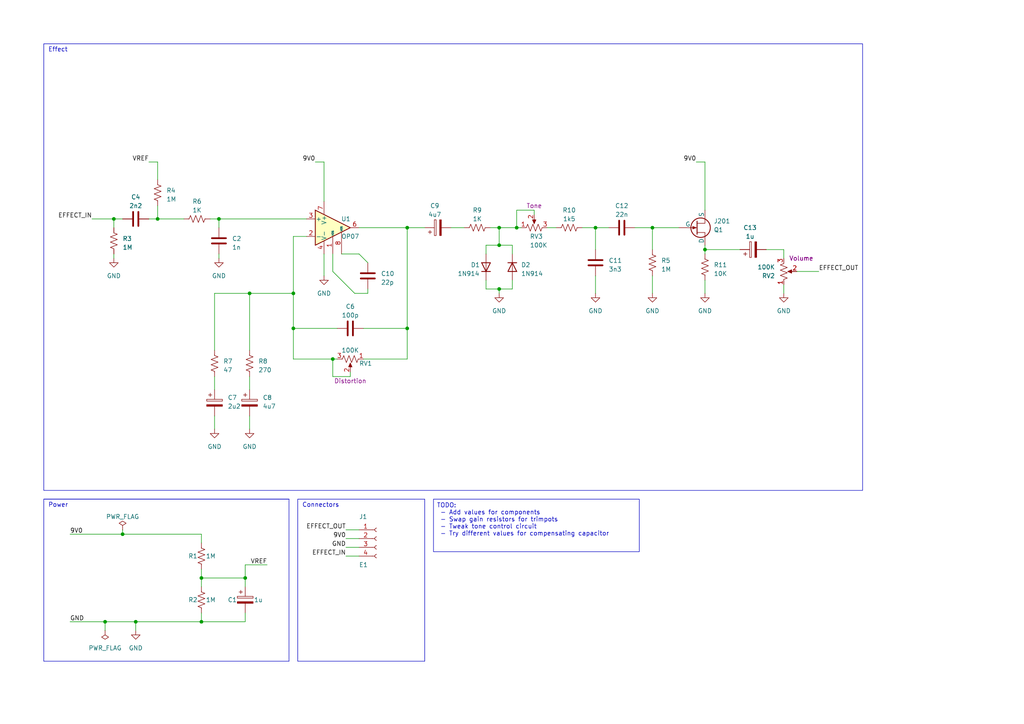
<source format=kicad_sch>
(kicad_sch (version 20230121) (generator eeschema)
  (paper "A4")
  (title_block (title "\"Backdoor\" distortion effect") (date "2023-03-09") (rev "v0.01") (comment 1 "https://github.com/whbeers/backdoor"))
  (lib_symbols
    (symbol "Amplifier_Operational:OP07" (pin_names (offset 0.127))
      (property "Reference" "U" (at 1.27 6.35 0))
      (property "Value" "OP07" (at 1.27 3.81 0))
      (symbol "OP07_0_1"
        (polyline (pts (xy -5.08 5.08) (xy 5.08 0) (xy -5.08 -5.08) (xy -5.08 5.08)) (stroke (width 0.254)) (fill (type background)))
      )
      (symbol "OP07_1_1"
        (pin input line (at 0 -7.62 90) (length 5.08) (name "VOS") (number "1"))
        (pin input line (at -7.62 -2.54 0) (length 2.54) (name "-") (number "2"))
        (pin input line (at -7.62 2.54 0) (length 2.54) (name "+") (number "3"))
        (pin power_in line (at -2.54 -7.62 90) (length 3.81) (name "V-") (number "4"))
        (pin no_connect line (at 0 2.54 270) (length 2.54) hide (name "NC") (number "5"))
        (pin output line (at 7.62 0 180) (length 2.54) (name "~") (number "6"))
        (pin power_in line (at -2.54 7.62 270) (length 3.81) (name "V+") (number "7"))
        (pin input line (at 2.54 -7.62 90) (length 6.35) (name "VOS") (number "8"))
      )
    )
    (symbol "Connector:Conn_01x04_Socket" (pin_names (offset 1.016) hide)
      (property "Reference" "J" (at 0 5.08 0))
      (property "Value" "Conn_01x04_Socket" (at 0 -7.62 0))
      (symbol "Conn_01x04_Socket_1_1"
        (arc (start 0 -4.572) (mid -0.5058 -5.08) (end 0 -5.588) (stroke (width 0.1524)))
        (arc (start 0 -2.032) (mid -0.5058 -2.54) (end 0 -3.048) (stroke (width 0.1524)))
        (polyline (pts (xy -1.27 -5.08) (xy -0.508 -5.08)) (stroke (width 0.1524)))
        (polyline (pts (xy -1.27 -2.54) (xy -0.508 -2.54)) (stroke (width 0.1524)))
        (polyline (pts (xy -1.27 0) (xy -0.508 0)) (stroke (width 0.1524)))
        (polyline (pts (xy -1.27 2.54) (xy -0.508 2.54)) (stroke (width 0.1524)))
        (arc (start 0 0.508) (mid -0.5058 0) (end 0 -0.508) (stroke (width 0.1524)))
        (arc (start 0 3.048) (mid -0.5058 2.54) (end 0 2.032) (stroke (width 0.1524)))
        (pin passive line (at -5.08 2.54 0) (length 3.81) (name "Pin_1") (number "1"))
        (pin passive line (at -5.08 0 0) (length 3.81) (name "Pin_2") (number "2"))
        (pin passive line (at -5.08 -2.54 0) (length 3.81) (name "Pin_3") (number "3"))
        (pin passive line (at -5.08 -5.08 0) (length 3.81) (name "Pin_4") (number "4"))
      )
    )
    (symbol "Device:C" (pin_numbers hide) (pin_names (offset 0.254))
      (property "Reference" "C" (at 0.635 2.54 0))
      (property "Value" "C" (at 0.635 -2.54 0))
      (symbol "C_0_1"
        (polyline (pts (xy -2.032 -0.762) (xy 2.032 -0.762)) (stroke (width 0.508)))
        (polyline (pts (xy -2.032 0.762) (xy 2.032 0.762)) (stroke (width 0.508)))
      )
      (symbol "C_1_1"
        (pin passive line (at 0 3.81 270) (length 2.794) (name "~") (number "1"))
        (pin passive line (at 0 -3.81 90) (length 2.794) (name "~") (number "2"))
      )
    )
    (symbol "Device:C_Polarized" (pin_numbers hide) (pin_names (offset 0.254))
      (property "Reference" "C" (at 0.635 2.54 0))
      (property "Value" "C_Polarized" (at 0.635 -2.54 0))
      (symbol "C_Polarized_0_1"
        (rectangle (start -2.286 0.508) (end 2.286 1.016))
        (polyline (pts (xy -1.778 2.286) (xy -0.762 2.286)))
        (polyline (pts (xy -1.27 2.794) (xy -1.27 1.778)))
        (rectangle (start 2.286 -0.508) (end -2.286 -1.016) (fill (type outline)))
      )
      (symbol "C_Polarized_1_1"
        (pin passive line (at 0 3.81 270) (length 2.794) (name "~") (number "1"))
        (pin passive line (at 0 -3.81 90) (length 2.794) (name "~") (number "2"))
      )
    )
    (symbol "Device:D" (pin_numbers hide) (pin_names (offset 1.016) hide)
      (property "Reference" "D" (at 0 2.54 0))
      (property "Value" "D" (at 0 -2.54 0))
      (symbol "D_0_1"
        (polyline (pts (xy -1.27 1.27) (xy -1.27 -1.27)) (stroke (width 0.254)))
        (polyline (pts (xy 1.27 0) (xy -1.27 0)))
        (polyline (pts (xy 1.27 1.27) (xy 1.27 -1.27) (xy -1.27 0) (xy 1.27 1.27)) (stroke (width 0.254)))
      )
      (symbol "D_1_1"
        (pin passive line (at -3.81 0 0) (length 2.54) (name "K") (number "1"))
        (pin passive line (at 3.81 0 180) (length 2.54) (name "A") (number "2"))
      )
    )
    (symbol "Device:R_Potentiometer_US" (pin_names (offset 1.016) hide)
      (property "Reference" "RV" (at -4.445 0 90))
      (property "Value" "R_Potentiometer_US" (at -2.54 0 90))
      (symbol "R_Potentiometer_US_0_1"
        (polyline (pts (xy 0 -2.286) (xy 0 -2.54)))
        (polyline (pts (xy 0 2.54) (xy 0 2.286)))
        (polyline (pts (xy 2.54 0) (xy 1.524 0)))
        (polyline (pts (xy 1.143 0) (xy 2.286 0.508) (xy 2.286 -0.508) (xy 1.143 0)) (fill (type outline)))
        (polyline (pts (xy 0 -0.762) (xy 1.016 -1.143) (xy 0 -1.524) (xy -1.016 -1.905) (xy 0 -2.286)))
        (polyline (pts (xy 0 0.762) (xy 1.016 0.381) (xy 0 0) (xy -1.016 -0.381) (xy 0 -0.762)))
        (polyline (pts (xy 0 2.286) (xy 1.016 1.905) (xy 0 1.524) (xy -1.016 1.143) (xy 0 0.762)))
      )
      (symbol "R_Potentiometer_US_1_1"
        (pin passive line (at 0 3.81 270) (length 1.27) (name "1") (number "1"))
        (pin passive line (at 3.81 0 180) (length 1.27) (name "2") (number "2"))
        (pin passive line (at 0 -3.81 90) (length 1.27) (name "3") (number "3"))
      )
    )
    (symbol "Device:R_US" (pin_numbers hide) (pin_names (offset 0))
      (property "Reference" "R" (at 2.54 0 90))
      (property "Value" "R_US" (at -2.54 0 90))
      (symbol "R_US_0_1"
        (polyline (pts (xy 0 -2.286) (xy 0 -2.54)))
        (polyline (pts (xy 0 2.286) (xy 0 2.54)))
        (polyline (pts (xy 0 -0.762) (xy 1.016 -1.143) (xy 0 -1.524) (xy -1.016 -1.905) (xy 0 -2.286)))
        (polyline (pts (xy 0 0.762) (xy 1.016 0.381) (xy 0 0) (xy -1.016 -0.381) (xy 0 -0.762)))
        (polyline (pts (xy 0 2.286) (xy 1.016 1.905) (xy 0 1.524) (xy -1.016 1.143) (xy 0 0.762)))
      )
      (symbol "R_US_1_1"
        (pin passive line (at 0 3.81 270) (length 1.27) (name "~") (number "1"))
        (pin passive line (at 0 -3.81 90) (length 1.27) (name "~") (number "2"))
      )
    )
    (symbol "Simulation_SPICE:NJFET" (pin_numbers hide) (pin_names (offset 0))
      (property "Reference" "Q" (at 5.08 1.27 0))
      (property "Value" "NJFET" (at 5.08 -1.27 0))
      (symbol "NJFET_0_1"
        (polyline (pts (xy 0.254 1.905) (xy 0.254 -1.905) (xy 0.254 -1.905)) (stroke (width 0.254)))
        (polyline (pts (xy 2.54 -2.54) (xy 2.54 -1.27) (xy 0.254 -1.27)))
        (polyline (pts (xy 2.54 2.54) (xy 2.54 1.397) (xy 0.254 1.397)))
        (polyline (pts (xy 0 0) (xy -1.016 0.381) (xy -1.016 -0.381) (xy 0 0)) (fill (type outline)))
        (circle (center 1.27 0) (radius 2.8194) (stroke (width 0.254)))
      )
      (symbol "NJFET_1_1"
        (pin passive line (at 2.54 5.08 270) (length 2.54) (name "D") (number "1"))
        (pin input line (at -5.08 0 0) (length 5.334) (name "G") (number "2"))
        (pin passive line (at 2.54 -5.08 90) (length 2.54) (name "S") (number "3"))
      )
    )
    (symbol "power:GND" (power) (pin_names (offset 0))
      (property "Value" "GND" (at 0 -3.81 0))
      (symbol "GND_0_1"
        (polyline (pts (xy 0 0) (xy 0 -1.27) (xy 1.27 -1.27) (xy 0 -2.54) (xy -1.27 -1.27) (xy 0 -1.27)))
      )
      (symbol "GND_1_1"
        (pin power_in line (at 0 0 270) (length 0) hide (name "GND") (number "1"))
      )
    )
    (symbol "power:PWR_FLAG" (power) (pin_numbers hide) (pin_names (offset 0) hide)
      (property "Value" "PWR_FLAG" (at 0 3.81 0))
      (symbol "PWR_FLAG_0_0"
        (pin power_out line (at 0 0 90) (length 0) (name "pwr") (number "1"))
      )
      (symbol "PWR_FLAG_0_1"
        (polyline (pts (xy 0 0) (xy 0 1.27) (xy -1.016 1.905) (xy 0 2.54) (xy 1.016 1.905) (xy 0 1.27)))
      )
    )
  )
  (junction (at 204.47 72.39))
  (junction (at 63.5 63.5))
  (junction (at 30.48 180.34))
  (junction (at 58.42 167.64))
  (junction (at 45.72 63.5))
  (junction (at 172.72 66.04))
  (junction (at 189.23 66.04))
  (junction (at 85.09 95.25))
  (junction (at 58.42 180.34))
  (junction (at 71.12 167.64))
  (junction (at 85.09 85.09))
  (junction (at 96.52 104.14))
  (junction (at 118.11 95.25))
  (junction (at 149.86 66.04))
  (junction (at 39.37 180.34))
  (junction (at 33.02 63.5))
  (junction (at 35.56 154.94))
  (junction (at 144.78 83.82))
  (junction (at 118.11 66.04))
  (junction (at 72.39 85.09))
  (junction (at 144.78 66.04))
  (junction (at 144.78 71.12))
  (wire (pts (xy 144.78 83.82) (xy 144.78 85.09)))
  (polyline (pts (xy 12.7 144.78) (xy 12.7 191.77)))
  (wire (pts (xy 154.94 60.96) (xy 154.94 62.23)))
  (wire (pts (xy 144.78 71.12) (xy 148.59 71.12)))
  (wire (pts (xy 35.56 153.67) (xy 35.56 154.94)))
  (wire (pts (xy 189.23 66.04) (xy 196.85 66.04)))
  (wire (pts (xy 96.52 73.66) (xy 96.52 78.74)))
  (wire (pts (xy 30.48 180.34) (xy 30.48 182.88)))
  (wire (pts (xy 58.42 157.48) (xy 58.42 154.94)))
  (wire (pts (xy 33.02 63.5) (xy 33.02 66.04)))
  (wire (pts (xy 72.39 85.09) (xy 72.39 101.6)))
  (wire (pts (xy 96.52 109.22) (xy 96.52 104.14)))
  (wire (pts (xy 30.48 180.34) (xy 39.37 180.34)))
  (wire (pts (xy 72.39 85.09) (xy 85.09 85.09)))
  (wire (pts (xy 149.86 66.04) (xy 151.13 66.04)))
  (wire (pts (xy 144.78 83.82) (xy 148.59 83.82)))
  (wire (pts (xy 118.11 95.25) (xy 118.11 104.14)))
  (wire (pts (xy 72.39 109.22) (xy 72.39 113.03)))
  (wire (pts (xy 62.23 85.09) (xy 72.39 85.09)))
  (wire (pts (xy 144.78 66.04) (xy 144.78 71.12)))
  (wire (pts (xy 58.42 177.8) (xy 58.42 180.34)))
  (wire (pts (xy 148.59 83.82) (xy 148.59 81.28)))
  (wire (pts (xy 45.72 63.5) (xy 53.34 63.5)))
  (wire (pts (xy 106.68 85.09) (xy 106.68 83.82)))
  (wire (pts (xy 85.09 95.25) (xy 85.09 85.09)))
  (wire (pts (xy 204.47 71.12) (xy 204.47 72.39)))
  (wire (pts (xy 71.12 167.64) (xy 58.42 167.64)))
  (wire (pts (xy 72.39 120.65) (xy 72.39 124.46)))
  (wire (pts (xy 172.72 66.04) (xy 172.72 72.39)))
  (wire (pts (xy 62.23 120.65) (xy 62.23 124.46)))
  (wire (pts (xy 189.23 66.04) (xy 189.23 72.39)))
  (polyline (pts (xy 86.36 144.78) (xy 123.19 144.78)))
  (wire (pts (xy 101.6 109.22) (xy 101.6 107.95)))
  (wire (pts (xy 43.18 46.99) (xy 45.72 46.99)))
  (wire (pts (xy 71.12 163.83) (xy 71.12 167.64)))
  (wire (pts (xy 130.81 66.04) (xy 134.62 66.04)))
  (polyline (pts (xy 83.82 191.77) (xy 83.82 144.78)))
  (wire (pts (xy 63.5 66.04) (xy 63.5 63.5)))
  (wire (pts (xy 39.37 180.34) (xy 58.42 180.34)))
  (wire (pts (xy 20.32 180.34) (xy 30.48 180.34)))
  (wire (pts (xy 85.09 104.14) (xy 85.09 95.25)))
  (wire (pts (xy 71.12 163.83) (xy 77.47 163.83)))
  (wire (pts (xy 33.02 73.66) (xy 33.02 74.93)))
  (wire (pts (xy 85.09 68.58) (xy 88.9 68.58)))
  (polyline (pts (xy 12.7 191.77) (xy 83.82 191.77)))
  (polyline (pts (xy 123.19 191.77) (xy 123.19 144.78)))
  (wire (pts (xy 104.14 73.66) (xy 106.68 76.2)))
  (wire (pts (xy 33.02 63.5) (xy 35.56 63.5)))
  (wire (pts (xy 26.67 63.5) (xy 33.02 63.5)))
  (wire (pts (xy 101.6 109.22) (xy 96.52 109.22)))
  (wire (pts (xy 20.32 154.94) (xy 35.56 154.94)))
  (wire (pts (xy 96.52 104.14) (xy 97.79 104.14)))
  (wire (pts (xy 189.23 80.01) (xy 189.23 85.09)))
  (wire (pts (xy 93.98 58.42) (xy 93.98 46.99)))
  (wire (pts (xy 144.78 66.04) (xy 149.86 66.04)))
  (wire (pts (xy 99.06 73.66) (xy 104.14 73.66)))
  (wire (pts (xy 43.18 63.5) (xy 45.72 63.5)))
  (wire (pts (xy 100.33 156.21) (xy 104.14 156.21)))
  (wire (pts (xy 63.5 63.5) (xy 88.9 63.5)))
  (wire (pts (xy 140.97 71.12) (xy 140.97 73.66)))
  (wire (pts (xy 231.14 78.74) (xy 237.49 78.74)))
  (wire (pts (xy 93.98 46.99) (xy 91.44 46.99)))
  (wire (pts (xy 201.93 46.99) (xy 204.47 46.99)))
  (wire (pts (xy 204.47 72.39) (xy 214.63 72.39)))
  (wire (pts (xy 85.09 104.14) (xy 96.52 104.14)))
  (polyline (pts (xy 83.82 144.78) (xy 12.7 144.78)))
  (wire (pts (xy 168.91 66.04) (xy 172.72 66.04)))
  (wire (pts (xy 149.86 60.96) (xy 149.86 66.04)))
  (wire (pts (xy 172.72 80.01) (xy 172.72 85.09)))
  (polyline (pts (xy 86.36 144.78) (xy 86.36 191.77)))
  (wire (pts (xy 118.11 66.04) (xy 118.11 95.25)))
  (wire (pts (xy 204.47 72.39) (xy 204.47 73.66)))
  (wire (pts (xy 140.97 83.82) (xy 140.97 81.28)))
  (wire (pts (xy 100.33 153.67) (xy 104.14 153.67)))
  (wire (pts (xy 204.47 81.28) (xy 204.47 85.09)))
  (wire (pts (xy 58.42 167.64) (xy 58.42 170.18)))
  (wire (pts (xy 227.33 82.55) (xy 227.33 85.09)))
  (wire (pts (xy 158.75 66.04) (xy 161.29 66.04)))
  (wire (pts (xy 104.14 66.04) (xy 118.11 66.04)))
  (wire (pts (xy 105.41 95.25) (xy 118.11 95.25)))
  (wire (pts (xy 154.94 60.96) (xy 149.86 60.96)))
  (wire (pts (xy 144.78 71.12) (xy 140.97 71.12)))
  (wire (pts (xy 204.47 46.99) (xy 204.47 60.96)))
  (wire (pts (xy 148.59 71.12) (xy 148.59 73.66)))
  (wire (pts (xy 85.09 85.09) (xy 85.09 68.58)))
  (wire (pts (xy 62.23 85.09) (xy 62.23 101.6)))
  (wire (pts (xy 62.23 109.22) (xy 62.23 113.03)))
  (wire (pts (xy 172.72 66.04) (xy 176.53 66.04)))
  (wire (pts (xy 222.25 72.39) (xy 227.33 72.39)))
  (wire (pts (xy 35.56 154.94) (xy 58.42 154.94)))
  (wire (pts (xy 118.11 66.04) (xy 123.19 66.04)))
  (wire (pts (xy 60.96 63.5) (xy 63.5 63.5)))
  (wire (pts (xy 45.72 46.99) (xy 45.72 52.07)))
  (wire (pts (xy 184.15 66.04) (xy 189.23 66.04)))
  (wire (pts (xy 93.98 73.66) (xy 93.98 80.01)))
  (wire (pts (xy 142.24 66.04) (xy 144.78 66.04)))
  (wire (pts (xy 140.97 83.82) (xy 144.78 83.82)))
  (wire (pts (xy 63.5 73.66) (xy 63.5 74.93)))
  (wire (pts (xy 96.52 78.74) (xy 102.87 85.09)))
  (wire (pts (xy 102.87 85.09) (xy 106.68 85.09)))
  (wire (pts (xy 227.33 72.39) (xy 227.33 74.93)))
  (wire (pts (xy 58.42 165.1) (xy 58.42 167.64)))
  (wire (pts (xy 58.42 180.34) (xy 71.12 180.34)))
  (wire (pts (xy 85.09 95.25) (xy 97.79 95.25)))
  (wire (pts (xy 100.33 158.75) (xy 104.14 158.75)))
  (wire (pts (xy 45.72 59.69) (xy 45.72 63.5)))
  (wire (pts (xy 71.12 177.8) (xy 71.12 180.34)))
  (wire (pts (xy 100.33 161.29) (xy 104.14 161.29)))
  (wire (pts (xy 39.37 180.34) (xy 39.37 182.88)))
  (wire (pts (xy 105.41 104.14) (xy 118.11 104.14)))
  (polyline (pts (xy 86.36 191.77) (xy 123.19 191.77)))
  (wire (pts (xy 71.12 167.64) (xy 71.12 170.18)))
  (polyline (pts (xy 12.7 144.78) (xy 83.82 144.78)))
  (rectangle (start 12.7 12.7) (end 250.19 142.24))
  (text_box "TODO:\n - Add values for components\n - Swap gain resistors for trimpots\n - Tweak tone control circuit\n - Try different values for compensating capacitor" (at 125.73 144.78 0) (size 59.69 15.24) (effects (font (size 1.27 1.27)) (justify left top)))
  (text "Connectors" (at 87.63 147.32 0) (effects (font (size 1.27 1.27)) (justify left bottom)))
  (text "Power" (at 13.97 147.32 0) (effects (font (size 1.27 1.27)) (justify left bottom)))
  (text "Effect" (at 13.97 15.24 0) (effects (font (size 1.27 1.27)) (justify left bottom)))
  (label "GND" (at 20.32 180.34 0))
  (label "GND" (at 100.33 158.75 180))
  (label "VREF" (at 43.18 46.99 180))
  (label "9V0" (at 100.33 156.21 180))
  (label "9V0" (at 91.44 46.99 180))
  (label "EFFECT_IN" (at 26.67 63.5 180))
  (label "9V0" (at 201.93 46.99 180))
  (label "EFFECT_IN" (at 100.33 161.29 180))
  (label "VREF" (at 77.47 163.83 180))
  (label "EFFECT_OUT" (at 237.49 78.74 0))
  (label "9V0" (at 20.32 154.94 0))
  (label "EFFECT_OUT" (at 100.33 153.67 180))
  (symbol (lib_id "Device:R_Potentiometer_US") (at 154.94 66.04 90) (unit 1)
    (property "Reference" "RV3" (at 153.67 68.58 90) (effects (justify right)))
    (property "Value" "100K" (at 153.67 71.12 90) (effects (justify right)))
    (property "Footprint" "backdoor:Potentiometer_Single_3_Horizontal" (effects hide))
    (property "Label" "Tone" (at 154.94 59.69 90))
  )
  (symbol (lib_id "Device:R_US") (at 58.42 173.99 180) (unit 1)
    (property "Reference" "R2" (at 54.61 173.99 0) (effects (justify right)))
    (property "Value" "1M" (at 59.69 173.99 0) (effects (justify right)))
    (property "Footprint" "Resistor_THT:R_Axial_DIN0207_L6.3mm_D2.5mm_P7.62mm_Horizontal" (effects hide))
  )
  (symbol (lib_id "power:GND") (at 72.39 124.46 0) (unit 1)
    (property "Reference" "#PWR05" (effects hide))
    (property "Value" "GND" (at 72.39 129.54 0))
  )
  (symbol (lib_id "power:PWR_FLAG") (at 35.56 153.67 0) (unit 1)
    (property "Reference" "#FLG02" (effects hide))
    (property "Value" "PWR_FLAG" (at 35.56 149.86 0))
  )
  (symbol (lib_id "Device:C_Polarized") (at 72.39 116.84 0) (unit 1)
    (property "Reference" "C8" (at 76.2 115.316 0) (effects (justify left)))
    (property "Value" "4u7" (at 76.2 117.856 0) (effects (justify left)))
    (property "Footprint" "Capacitor_THT:CP_Radial_D5.0mm_P2.50mm" (effects hide))
  )
  (symbol (lib_id "Device:C") (at 101.6 95.25 90) (unit 1)
    (property "Reference" "C6" (at 101.6 88.9 90))
    (property "Value" "100p" (at 101.6 91.44 90))
    (property "Footprint" "Capacitor_THT:C_Rect_L7.2mm_W2.5mm_P5.00mm_FKS2_FKP2_MKS2_MKP2" (effects hide))
  )
  (symbol (lib_id "Device:C_Polarized") (at 218.44 72.39 90) (unit 1)
    (property "Reference" "C13" (at 217.551 66.04 90))
    (property "Value" "1u" (at 217.551 68.58 90))
    (property "Footprint" "Capacitor_THT:CP_Radial_D5.0mm_P2.50mm" (effects hide))
  )
  (symbol (lib_id "Amplifier_Operational:OP07") (at 96.52 66.04 0) (unit 1)
    (property "Reference" "U1" (at 100.33 63.5 0))
    (property "Value" "OP07" (at 101.6 68.58 0))
    (property "Footprint" "Package_DIP:DIP-8_W7.62mm" (effects hide))
    (property "Datasheet" "https://www.analog.com/media/en/technical-documentation/data-sheets/OP07.pdf" (effects hide))
  )
  (symbol (lib_id "power:GND") (at 144.78 85.09 0) (unit 1)
    (property "Reference" "#PWR08" (effects hide))
    (property "Value" "GND" (at 144.78 90.17 0))
  )
  (symbol (lib_id "Device:R_US") (at 204.47 77.47 0) (unit 1)
    (property "Reference" "R11" (at 207.01 76.835 0) (effects (justify left)))
    (property "Value" "10K" (at 207.01 79.375 0) (effects (justify left)))
    (property "Footprint" "Resistor_THT:R_Axial_DIN0207_L6.3mm_D2.5mm_P7.62mm_Horizontal" (effects hide))
  )
  (symbol (lib_id "Device:R_US") (at 165.1 66.04 90) (unit 1)
    (property "Reference" "R10" (at 165.1 60.96 90))
    (property "Value" "1k5" (at 165.1 63.5 90))
    (property "Footprint" "Resistor_THT:R_Axial_DIN0207_L6.3mm_D2.5mm_P7.62mm_Horizontal" (effects hide))
  )
  (symbol (lib_id "power:GND") (at 33.02 74.93 0) (unit 1)
    (property "Reference" "#PWR03" (effects hide))
    (property "Value" "GND" (at 33.02 80.01 0))
  )
  (symbol (lib_id "Simulation_SPICE:NJFET") (at 201.93 66.04 0) (mirror x) (unit 1)
    (property "Reference" "Q1" (at 207.01 66.675 0) (effects (justify left)))
    (property "Value" "J201" (at 207.01 64.135 0) (effects (justify left)))
    (property "Footprint" "Package_TO_SOT_THT:TO-92_Inline" (effects hide))
    (property "Sim.Device" "NJFET" (effects hide))
    (property "Sim.Type" "SHICHMANHODGES" (effects hide))
    (property "Sim.Pins" "1=D 2=G 3=S" (effects hide))
  )
  (symbol (lib_id "power:GND") (at 62.23 124.46 0) (unit 1)
    (property "Reference" "#PWR06" (effects hide))
    (property "Value" "GND" (at 62.23 129.54 0))
  )
  (symbol (lib_id "power:GND") (at 189.23 85.09 0) (unit 1)
    (property "Reference" "#PWR010" (effects hide))
    (property "Value" "GND" (at 189.23 90.17 0))
  )
  (symbol (lib_id "Device:C_Polarized") (at 127 66.04 90) (unit 1)
    (property "Reference" "C9" (at 126.111 59.69 90))
    (property "Value" "4u7" (at 126.111 62.23 90))
    (property "Footprint" "Capacitor_THT:CP_Radial_D5.0mm_P2.50mm" (effects hide))
  )
  (symbol (lib_id "Device:R_US") (at 57.15 63.5 90) (unit 1)
    (property "Reference" "R6" (at 57.15 58.42 90))
    (property "Value" "1K" (at 57.15 60.96 90))
    (property "Footprint" "Resistor_THT:R_Axial_DIN0207_L6.3mm_D2.5mm_P7.62mm_Horizontal" (effects hide))
  )
  (symbol (lib_id "Device:D") (at 148.59 77.47 270) (unit 1)
    (property "Reference" "D2" (at 151.13 76.835 90) (effects (justify left)))
    (property "Value" "1N914" (at 151.13 79.375 90) (effects (justify left)))
    (property "Footprint" "Diode_THT:D_DO-34_SOD68_P7.62mm_Horizontal" (effects hide))
    (property "Sim.Device" "D" (effects hide))
    (property "Sim.Pins" "1=K 2=A" (effects hide))
  )
  (symbol (lib_id "Device:C") (at 63.5 69.85 0) (unit 1)
    (property "Reference" "C2" (at 67.31 69.215 0) (effects (justify left)))
    (property "Value" "1n" (at 67.31 71.755 0) (effects (justify left)))
    (property "Footprint" "Capacitor_THT:C_Rect_L7.2mm_W2.5mm_P5.00mm_FKS2_FKP2_MKS2_MKP2" (effects hide))
  )
  (symbol (lib_id "power:GND") (at 227.33 85.09 0) (unit 1)
    (property "Reference" "#PWR02" (effects hide))
    (property "Value" "GND" (at 227.33 90.17 0))
  )
  (symbol (lib_id "Device:C_Polarized") (at 62.23 116.84 0) (unit 1)
    (property "Reference" "C7" (at 66.04 115.316 0) (effects (justify left)))
    (property "Value" "2u2" (at 66.04 117.856 0) (effects (justify left)))
    (property "Footprint" "Capacitor_THT:CP_Radial_D5.0mm_P2.50mm" (effects hide))
  )
  (symbol (lib_id "Device:C") (at 172.72 76.2 0) (unit 1)
    (property "Reference" "C11" (at 176.53 75.565 0) (effects (justify left)))
    (property "Value" "3n3" (at 176.53 78.105 0) (effects (justify left)))
    (property "Footprint" "Capacitor_THT:C_Rect_L7.2mm_W2.5mm_P5.00mm_FKS2_FKP2_MKS2_MKP2" (effects hide))
  )
  (symbol (lib_id "Device:R_Potentiometer_US") (at 101.6 104.14 270) (unit 1)
    (property "Reference" "RV1" (at 107.95 105.41 90) (effects (justify right)))
    (property "Value" "100K" (at 104.14 101.6 90) (effects (justify right)))
    (property "Footprint" "backdoor:Potentiometer_Single_3_Horizontal" (effects hide))
    (property "Label" "Distortion" (at 101.6 110.49 90))
  )
  (symbol (lib_id "Device:R_US") (at 45.72 55.88 0) (unit 1)
    (property "Reference" "R4" (at 48.26 55.245 0) (effects (justify left)))
    (property "Value" "1M" (at 48.26 57.785 0) (effects (justify left)))
    (property "Footprint" "Resistor_THT:R_Axial_DIN0207_L6.3mm_D2.5mm_P7.62mm_Horizontal" (effects hide))
  )
  (symbol (lib_id "Device:C") (at 39.37 63.5 90) (unit 1)
    (property "Reference" "C4" (at 39.37 57.15 90))
    (property "Value" "2n2" (at 39.37 59.69 90))
    (property "Footprint" "Capacitor_THT:C_Rect_L7.2mm_W2.5mm_P5.00mm_FKS2_FKP2_MKS2_MKP2" (effects hide))
  )
  (symbol (lib_id "Device:R_US") (at 189.23 76.2 0) (unit 1)
    (property "Reference" "R5" (at 191.77 75.565 0) (effects (justify left)))
    (property "Value" "1M" (at 191.77 78.105 0) (effects (justify left)))
    (property "Footprint" "Resistor_THT:R_Axial_DIN0207_L6.3mm_D2.5mm_P7.62mm_Horizontal" (effects hide))
  )
  (symbol (lib_id "power:GND") (at 93.98 80.01 0) (unit 1)
    (property "Reference" "#PWR07" (effects hide))
    (property "Value" "GND" (at 93.98 85.09 0))
  )
  (symbol (lib_id "Device:R_US") (at 138.43 66.04 90) (unit 1)
    (property "Reference" "R9" (at 138.43 60.96 90))
    (property "Value" "1K" (at 138.43 63.5 90))
    (property "Footprint" "Resistor_THT:R_Axial_DIN0207_L6.3mm_D2.5mm_P7.62mm_Horizontal" (effects hide))
  )
  (symbol (lib_id "Device:R_Potentiometer_US") (at 227.33 78.74 0) (mirror x) (unit 1)
    (property "Reference" "RV2" (at 224.79 80.01 0) (effects (justify right)))
    (property "Value" "100K" (at 224.79 77.47 0) (effects (justify right)))
    (property "Footprint" "backdoor:Potentiometer_Single_3_Horizontal" (effects hide))
    (property "Label" "Volume" (at 232.41 74.93 0))
  )
  (symbol (lib_id "power:PWR_FLAG") (at 30.48 182.88 180) (unit 1)
    (property "Reference" "#FLG01" (effects hide))
    (property "Value" "PWR_FLAG" (at 30.48 187.96 0))
  )
  (symbol (lib_id "power:GND") (at 172.72 85.09 0) (unit 1)
    (property "Reference" "#PWR09" (effects hide))
    (property "Value" "GND" (at 172.72 90.17 0))
  )
  (symbol (lib_id "Connector:Conn_01x04_Socket") (at 109.22 156.21 0) (unit 1)
    (property "Reference" "J1" (at 104.14 149.86 0) (effects (justify left)))
    (property "Value" "E1" (at 104.14 163.83 0) (effects (justify left)))
    (property "Footprint" "backdoor:Molex_PicoBlade_53047-0410_1x04_P1.25mm_Vertical_with_3D_Model" (effects hide))
  )
  (symbol (lib_id "power:GND") (at 39.37 182.88 0) (unit 1)
    (property "Reference" "#PWR01" (effects hide))
    (property "Value" "GND" (at 39.37 187.96 0))
  )
  (symbol (lib_id "Device:R_US") (at 72.39 105.41 0) (unit 1)
    (property "Reference" "R8" (at 74.93 104.775 0) (effects (justify left)))
    (property "Value" "270" (at 74.93 107.315 0) (effects (justify left)))
    (property "Footprint" "Resistor_THT:R_Axial_DIN0207_L6.3mm_D2.5mm_P7.62mm_Horizontal" (effects hide))
  )
  (symbol (lib_id "Device:C_Polarized") (at 71.12 173.99 0) (unit 1)
    (property "Reference" "C1" (at 66.04 173.99 0) (effects (justify left)))
    (property "Value" "1u" (at 73.66 173.99 0) (effects (justify left)))
    (property "Footprint" "Capacitor_THT:CP_Radial_D5.0mm_P2.50mm" (effects hide))
  )
  (symbol (lib_id "Device:C") (at 106.68 80.01 180) (unit 1)
    (property "Reference" "C10" (at 110.49 79.375 0) (effects (justify right)))
    (property "Value" "22p" (at 110.49 81.915 0) (effects (justify right)))
    (property "Footprint" "Capacitor_THT:C_Rect_L7.2mm_W2.5mm_P5.00mm_FKS2_FKP2_MKS2_MKP2" (effects hide))
  )
  (symbol (lib_id "Device:D") (at 140.97 77.47 90) (unit 1)
    (property "Reference" "D1" (at 136.525 76.835 90) (effects (justify right)))
    (property "Value" "1N914" (at 132.715 79.375 90) (effects (justify right)))
    (property "Footprint" "Diode_THT:D_DO-34_SOD68_P7.62mm_Horizontal" (effects hide))
    (property "Sim.Device" "D" (effects hide))
    (property "Sim.Pins" "1=K 2=A" (effects hide))
  )
  (symbol (lib_id "Device:C") (at 180.34 66.04 90) (unit 1)
    (property "Reference" "C12" (at 180.34 59.69 90))
    (property "Value" "22n" (at 180.34 62.23 90))
    (property "Footprint" "Capacitor_THT:C_Rect_L7.2mm_W2.5mm_P5.00mm_FKS2_FKP2_MKS2_MKP2" (effects hide))
  )
  (symbol (lib_id "power:GND") (at 204.47 85.09 0) (unit 1)
    (property "Reference" "#PWR011" (effects hide))
    (property "Value" "GND" (at 204.47 90.17 0))
  )
  (symbol (lib_id "Device:R_US") (at 58.42 161.29 180) (unit 1)
    (property "Reference" "R1" (at 54.61 161.29 0) (effects (justify right)))
    (property "Value" "1M" (at 59.69 161.29 0) (effects (justify right)))
    (property "Footprint" "Resistor_THT:R_Axial_DIN0207_L6.3mm_D2.5mm_P7.62mm_Horizontal" (effects hide))
  )
  (symbol (lib_id "Device:R_US") (at 33.02 69.85 0) (unit 1)
    (property "Reference" "R3" (at 35.56 69.215 0) (effects (justify left)))
    (property "Value" "1M" (at 35.56 71.755 0) (effects (justify left)))
    (property "Footprint" "Resistor_THT:R_Axial_DIN0207_L6.3mm_D2.5mm_P7.62mm_Horizontal" (effects hide))
  )
  (symbol (lib_id "Device:R_US") (at 62.23 105.41 0) (unit 1)
    (property "Reference" "R7" (at 64.77 104.775 0) (effects (justify left)))
    (property "Value" "47" (at 64.77 107.315 0) (effects (justify left)))
    (property "Footprint" "Resistor_THT:R_Axial_DIN0207_L6.3mm_D2.5mm_P7.62mm_Horizontal" (effects hide))
  )
  (symbol (lib_id "power:GND") (at 63.5 74.93 0) (unit 1)
    (property "Reference" "#PWR04" (effects hide))
    (property "Value" "GND" (at 63.5 80.01 0))
  )
)
</source>
